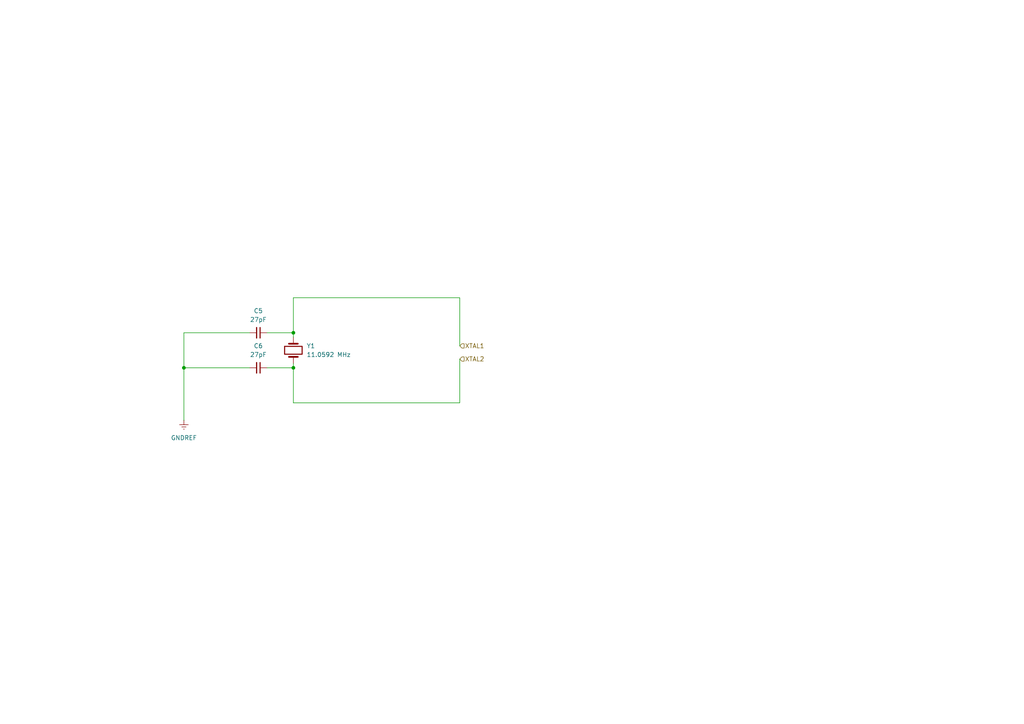
<source format=kicad_sch>
(kicad_sch (version 20250114) (generator "eeschema") (generator_version "9.0")
  (paper "A4")
  (lib_symbols
    (symbol "Device:C_Small" (pin_numbers (hide yes)) (pin_names (offset 0.254) (hide yes))
      (property "Reference" "C" (at 0.254 1.778 0))
      (property "Value" "C_Small" (at 0.254 -2.032 0))
      (symbol "C_Small_0_1"
        (polyline (pts (xy -1.524 0.508) (xy 1.524 0.508)) (stroke (width 0.3048)))
        (polyline (pts (xy -1.524 -0.508) (xy 1.524 -0.508)) (stroke (width 0.3302)))
      )
      (symbol "C_Small_1_1"
        (pin passive line (at 0 2.54 270) (length 2.032) (name "~") (number "1"))
        (pin passive line (at 0 -2.54 90) (length 2.032) (name "~") (number "2"))
      )
    )
    (symbol "Device:Crystal" (pin_numbers (hide yes)) (pin_names (offset 1.016) (hide yes))
      (property "Reference" "Y" (at 0 3.81 0))
      (property "Value" "Crystal" (at 0 -3.81 0))
      (symbol "Crystal_0_1"
        (polyline (pts (xy -2.54 0) (xy -1.905 0)))
        (polyline (pts (xy -1.905 -1.27) (xy -1.905 1.27)) (stroke (width 0.508)))
        (rectangle (start -1.143 2.54) (end 1.143 -2.54) (stroke (width 0.3048)))
        (polyline (pts (xy 1.905 -1.27) (xy 1.905 1.27)) (stroke (width 0.508)))
        (polyline (pts (xy 2.54 0) (xy 1.905 0)))
      )
      (symbol "Crystal_1_1"
        (pin passive line (at -3.81 0 0) (length 1.27) (name "1") (number "1"))
        (pin passive line (at 3.81 0 180) (length 1.27) (name "2") (number "2"))
      )
    )
    (symbol "power:GNDREF" (power) (pin_numbers (hide yes)) (pin_names (offset 0) (hide yes))
      (property "Value" "GNDREF" (at 0 -3.81 0))
      (symbol "GNDREF_0_1"
        (polyline (pts (xy -0.635 -1.905) (xy 0.635 -1.905)))
        (polyline (pts (xy -0.127 -2.54) (xy 0.127 -2.54)))
        (polyline (pts (xy 0 -1.27) (xy 0 0)))
        (polyline (pts (xy 1.27 -1.27) (xy -1.27 -1.27)))
      )
      (symbol "GNDREF_1_1"
        (pin power_in line (at 0 0 270) (length 0) (name "~") (number "1"))
      )
    )
  )
  (junction (at 85.09 106.68))
  (junction (at 85.09 96.52))
  (junction (at 53.34 106.68))
  (wire (pts (xy 133.35 104.14) (xy 133.35 116.84)))
  (wire (pts (xy 85.09 86.36) (xy 85.09 96.52)))
  (wire (pts (xy 85.09 116.84) (xy 133.35 116.84)))
  (wire (pts (xy 53.34 96.52) (xy 53.34 106.68)))
  (wire (pts (xy 72.39 96.52) (xy 53.34 96.52)))
  (wire (pts (xy 85.09 96.52) (xy 85.09 97.79)))
  (wire (pts (xy 53.34 106.68) (xy 53.34 121.92)))
  (wire (pts (xy 133.35 86.36) (xy 133.35 100.33)))
  (wire (pts (xy 85.09 116.84) (xy 85.09 106.68)))
  (wire (pts (xy 53.34 106.68) (xy 72.39 106.68)))
  (wire (pts (xy 85.09 86.36) (xy 133.35 86.36)))
  (wire (pts (xy 77.47 96.52) (xy 85.09 96.52)))
  (wire (pts (xy 85.09 106.68) (xy 85.09 105.41)))
  (wire (pts (xy 77.47 106.68) (xy 85.09 106.68)))
  (hierarchical_label "XTAL2" (shape input) (at 133.35 104.14 0))
  (hierarchical_label "XTAL1" (shape input) (at 133.35 100.33 0))
  (symbol (lib_id "Device:Crystal") (at 85.09 101.6 270) (unit 1)
    (property "Reference" "Y1" (at 88.9 100.3299 90) (effects (justify left)))
    (property "Value" "11.0592 MHz" (at 88.9 102.8699 90) (effects (justify left)))
    (property "Description" "Two pin crystal" (effects (hide yes)))
  )
  (symbol (lib_id "Device:C_Small") (at 74.93 96.52 270) (unit 1)
    (property "Reference" "C5" (at 74.9236 90.17 90))
    (property "Value" "27pF" (at 74.9236 92.71 90))
    (property "Description" "Unpolarized capacitor, small symbol" (effects (hide yes)))
  )
  (symbol (lib_id "power:GNDREF") (at 53.34 121.92 0) (unit 1)
    (property "Reference" "#PWR06" (effects (hide yes)))
    (property "Value" "GNDREF" (at 53.34 127 0))
    (property "Description" "Power symbol creates a global label with name \"GNDREF\" , reference supply ground" (effects (hide yes)))
  )
  (symbol (lib_id "Device:C_Small") (at 74.93 106.68 270) (unit 1)
    (property "Reference" "C6" (at 74.9236 100.33 90))
    (property "Value" "27pF" (at 74.9236 102.87 90))
    (property "Description" "Unpolarized capacitor, small symbol" (effects (hide yes)))
  )
)
</source>
